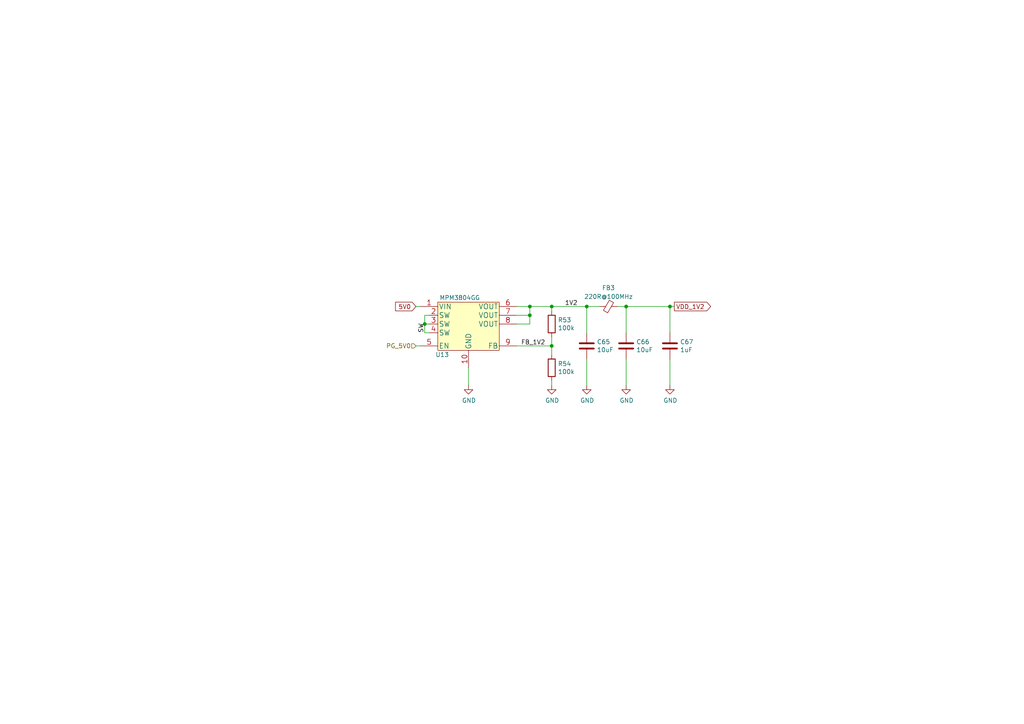
<source format=kicad_sch>
(kicad_sch (version 20230121) (generator eeschema)
  (paper "A4")
  (title_block (title "Open MOtor DRiver Initiative (OMODRI)") (date "2022-11-24") (rev "2.0") (company "LAAS/CNRS"))
  (lib_symbols
    (symbol "Device:C" (pin_numbers hide) (pin_names (offset 0.254))
      (property "Reference" "C" (at 0.635 2.54 0))
      (property "Value" "C" (at 0.635 -2.54 0))
      (symbol "C_0_1"
        (polyline (pts (xy -2.032 -0.762) (xy 2.032 -0.762)) (stroke (width 0.508)))
        (polyline (pts (xy -2.032 0.762) (xy 2.032 0.762)) (stroke (width 0.508)))
      )
      (symbol "C_1_1"
        (pin passive line (at 0 3.81 270) (length 2.794) (name "~") (number "1"))
        (pin passive line (at 0 -3.81 90) (length 2.794) (name "~") (number "2"))
      )
    )
    (symbol "Device:FerriteBead_Small" (pin_numbers hide) (pin_names (offset 0))
      (property "Reference" "FB" (at 1.905 1.27 0))
      (property "Value" "FerriteBead_Small" (at 1.905 -1.27 0))
      (symbol "FerriteBead_Small_0_1"
        (polyline (pts (xy 0 -1.27) (xy 0 -0.7874)))
        (polyline (pts (xy 0 0.889) (xy 0 1.2954)))
        (polyline (pts (xy -1.8288 0.2794) (xy -1.1176 1.4986) (xy 1.8288 -0.2032) (xy 1.1176 -1.4224) (xy -1.8288 0.2794)))
      )
      (symbol "FerriteBead_Small_1_1"
        (pin passive line (at 0 2.54 270) (length 1.27) (name "~") (number "1"))
        (pin passive line (at 0 -2.54 90) (length 1.27) (name "~") (number "2"))
      )
    )
    (symbol "Device:R" (pin_numbers hide) (pin_names (offset 0))
      (property "Reference" "R" (at 2.032 0 90))
      (property "Value" "R" (at 0 0 90))
      (symbol "R_0_1"
        (rectangle (start -1.016 -2.54) (end 1.016 2.54) (stroke (width 0.254)))
      )
      (symbol "R_1_1"
        (pin passive line (at 0 3.81 270) (length 1.27) (name "~") (number "1"))
        (pin passive line (at 0 -3.81 90) (length 1.27) (name "~") (number "2"))
      )
    )
    (symbol "omodri_lib:MPM3804GG" (pin_names (offset 0.254))
      (property "Reference" "U" (at -8.89 11.43 0))
      (property "Value" "MPM3804GG" (at -3.81 8.89 0))
      (symbol "MPM3804GG_1_1"
        (rectangle (start -8.89 7.62) (end 8.89 -6.35) (fill (type background)))
        (pin power_in line (at -13.97 6.35 0) (length 5.08) (name "VIN") (number "1"))
        (pin power_in line (at 0 -11.43 90) (length 5.08) (name "GND") (number "10"))
        (pin passive line (at -11.43 3.81 0) (length 2.54) (name "SW") (number "2"))
        (pin passive line (at -11.43 1.27 0) (length 2.54) (name "SW") (number "3"))
        (pin passive line (at -11.43 -1.27 0) (length 2.54) (name "SW") (number "4"))
        (pin input line (at -13.97 -5.08 0) (length 5.08) (name "EN") (number "5"))
        (pin power_out line (at 13.97 6.35 180) (length 5.08) (name "VOUT") (number "6"))
        (pin passive line (at 13.97 3.81 180) (length 5.08) (name "VOUT") (number "7"))
        (pin passive line (at 13.97 1.27 180) (length 5.08) (name "VOUT") (number "8"))
        (pin input line (at 13.97 -5.08 180) (length 5.08) (name "FB") (number "9"))
      )
    )
    (symbol "power:GND" (power) (pin_names (offset 0))
      (property "Value" "GND" (at 0 -3.81 0))
      (symbol "GND_0_1"
        (polyline (pts (xy 0 0) (xy 0 -1.27) (xy 1.27 -1.27) (xy 0 -2.54) (xy -1.27 -1.27) (xy 0 -1.27)))
      )
      (symbol "GND_1_1"
        (pin power_in line (at 0 0 270) (length 0) hide (name "GND") (number "1"))
      )
    )
  )
  (junction (at 194.31 88.9))
  (junction (at 160.02 88.9))
  (junction (at 160.02 100.33))
  (junction (at 153.67 88.9))
  (junction (at 170.18 88.9))
  (junction (at 181.61 88.9))
  (junction (at 123.19 93.98))
  (junction (at 153.67 91.44))
  (wire (pts (xy 170.18 96.52) (xy 170.18 88.9)))
  (wire (pts (xy 194.31 88.9) (xy 194.31 96.52)))
  (wire (pts (xy 194.31 104.14) (xy 194.31 111.76)))
  (wire (pts (xy 149.86 88.9) (xy 153.67 88.9)))
  (wire (pts (xy 160.02 97.79) (xy 160.02 100.33)))
  (wire (pts (xy 124.46 96.52) (xy 123.19 96.52)))
  (wire (pts (xy 170.18 88.9) (xy 173.99 88.9)))
  (wire (pts (xy 123.19 96.52) (xy 123.19 93.98)))
  (wire (pts (xy 181.61 88.9) (xy 194.31 88.9)))
  (wire (pts (xy 153.67 93.98) (xy 153.67 91.44)))
  (wire (pts (xy 124.46 91.44) (xy 123.19 91.44)))
  (wire (pts (xy 120.65 88.9) (xy 121.92 88.9)))
  (wire (pts (xy 123.19 91.44) (xy 123.19 93.98)))
  (wire (pts (xy 153.67 88.9) (xy 160.02 88.9)))
  (wire (pts (xy 170.18 104.14) (xy 170.18 111.76)))
  (wire (pts (xy 153.67 91.44) (xy 153.67 88.9)))
  (wire (pts (xy 160.02 88.9) (xy 170.18 88.9)))
  (wire (pts (xy 181.61 104.14) (xy 181.61 111.76)))
  (wire (pts (xy 123.19 93.98) (xy 124.46 93.98)))
  (wire (pts (xy 179.07 88.9) (xy 181.61 88.9)))
  (wire (pts (xy 160.02 100.33) (xy 160.02 102.87)))
  (wire (pts (xy 149.86 91.44) (xy 153.67 91.44)))
  (wire (pts (xy 194.31 88.9) (xy 195.58 88.9)))
  (wire (pts (xy 181.61 96.52) (xy 181.61 88.9)))
  (wire (pts (xy 149.86 93.98) (xy 153.67 93.98)))
  (wire (pts (xy 120.65 100.33) (xy 121.92 100.33)))
  (wire (pts (xy 160.02 88.9) (xy 160.02 90.17)))
  (wire (pts (xy 160.02 111.76) (xy 160.02 110.49)))
  (wire (pts (xy 135.89 106.68) (xy 135.89 111.76)))
  (wire (pts (xy 149.86 100.33) (xy 160.02 100.33)))
  (label "FB_1V2" (at 151.13 100.33 0))
  (label "SW" (at 123.19 96.52 90))
  (label "1V2" (at 163.83 88.9 0))
  (global_label "5V0" (shape input) (at 120.65 88.9 180) (property "Intersheetrefs" "${INTERSHEET_REFS}" (effects hide)) (property "Références Inter-Feuilles" "${INTERSHEET_REFS}" (effects hide)))
  (global_label "VDD_1V2" (shape output) (at 195.58 88.9 0) (property "Intersheetrefs" "${INTERSHEET_REFS}" (effects hide)) (property "Références Inter-Feuilles" "${INTERSHEET_REFS}" (effects hide)))
  (hierarchical_label "PG_5V0" (shape input) (at 120.65 100.33 180))
  (symbol (lib_id "power:GND") (at 170.18 111.76 0) (unit 1)
    (property "Reference" "#PWR0127" (effects hide))
    (property "Value" "GND" (at 170.307 116.1542 0))
  )
  (symbol (lib_id "power:GND") (at 160.02 111.76 0) (unit 1)
    (property "Reference" "#PWR0126" (effects hide))
    (property "Value" "GND" (at 160.147 116.1542 0))
  )
  (symbol (lib_id "power:GND") (at 135.89 111.76 0) (unit 1)
    (property "Reference" "#PWR0125" (effects hide))
    (property "Value" "GND" (at 136.017 116.1542 0))
  )
  (symbol (lib_id "Device:R") (at 160.02 106.68 0) (unit 1)
    (property "Reference" "R54" (at 161.798 105.5116 0) (effects (justify left)))
    (property "Value" "100k" (at 161.798 107.823 0) (effects (justify left)))
    (property "Footprint" "Resistor_SMD:R_0201_0603Metric" (effects hide))
    (property "DigiKey" "P122655CT-ND" (effects hide))
    (property "Farnell" "2302389" (effects hide))
    (property "Mouser" "667-ERJ-1GNF1003C" (effects hide))
    (property "Part No" "ERJ-1GNF1003C" (effects hide))
    (property "RS" "179-7130" (effects hide))
  )
  (symbol (lib_id "Device:R") (at 160.02 93.98 0) (unit 1)
    (property "Reference" "R53" (at 161.798 92.8116 0) (effects (justify left)))
    (property "Value" "100k" (at 161.798 95.123 0) (effects (justify left)))
    (property "Footprint" "Resistor_SMD:R_0201_0603Metric" (effects hide))
    (property "DigiKey" "P122655CT-ND" (effects hide))
    (property "Farnell" "2302389" (effects hide))
    (property "Mouser" "667-ERJ-1GNF1003C" (effects hide))
    (property "Part No" "ERJ-1GNF1003C" (effects hide))
    (property "RS" "179-7130" (effects hide))
  )
  (symbol (lib_id "omodri_lib:MPM3804GG") (at 135.89 95.25 0) (unit 1)
    (property "Reference" "U13" (at 128.27 102.87 0))
    (property "Value" "MPM3804GG" (at 133.35 86.36 0))
    (property "Footprint" "udriver3:QFN-10_2x2mm_P0.5mm" (effects hide))
    (property "Datasheet" "https://www.monolithicpower.com/en/documentview/productdocument/index/version/2/document_type/Datasheet/lang/en/sku/MPM3804GG/document_id/2122/" (effects hide))
    (property "DigiKey" "1589-1982-1-ND" (effects hide))
    (property "Farnell" "3358188" (effects hide))
    (property "Mouser" "946-MPM3804GG-Z" (effects hide))
    (property "Part No" "MPM3804GG" (effects hide))
  )
  (symbol (lib_id "Device:C") (at 170.18 100.33 0) (unit 1)
    (property "Reference" "C65" (at 173.101 99.1616 0) (effects (justify left)))
    (property "Value" "10uF" (at 173.101 101.473 0) (effects (justify left)))
    (property "Footprint" "Capacitor_SMD:C_0402_1005Metric" (effects hide))
    (property "DigiKey" "490-13238-2-ND" (effects hide))
    (property "Farnell" "3582794" (effects hide))
    (property "Mouser" "81-GRM155R60J106ME5D" (effects hide))
    (property "Part No" "GRM155R60J106ME15D" (effects hide))
    (property "Rated Voltage" "6.3V" (effects hide))
  )
  (symbol (lib_id "Device:C") (at 181.61 100.33 0) (unit 1)
    (property "Reference" "C66" (at 184.531 99.1616 0) (effects (justify left)))
    (property "Value" "10uF" (at 184.531 101.473 0) (effects (justify left)))
    (property "Footprint" "Capacitor_SMD:C_0402_1005Metric" (effects hide))
    (property "DigiKey" "490-13238-2-ND" (effects hide))
    (property "Farnell" "3582794" (effects hide))
    (property "Mouser" "81-GRM155R60J106ME5D" (effects hide))
    (property "Part No" "GRM155R60J106ME15D" (effects hide))
    (property "Rated Voltage" "6.3V" (effects hide))
  )
  (symbol (lib_id "Device:C") (at 194.31 100.33 0) (unit 1)
    (property "Reference" "C67" (at 197.231 99.1616 0) (effects (justify left)))
    (property "Value" "1uF" (at 197.231 101.473 0) (effects (justify left)))
    (property "Footprint" "Capacitor_SMD:C_0201_0603Metric" (effects hide))
    (property "DigiKey" "490-13219-1-ND" (effects hide))
    (property "Farnell" "3238032" (effects hide))
    (property "Mouser" "81-GRM033C81A105ME5D" (effects hide))
    (property "Part No" "GRM033C81A105ME05D" (effects hide))
    (property "Rated Voltage" "10V" (effects hide))
  )
  (symbol (lib_id "power:GND") (at 181.61 111.76 0) (unit 1)
    (property "Reference" "#PWR0128" (effects hide))
    (property "Value" "GND" (at 181.737 116.1542 0))
  )
  (symbol (lib_id "power:GND") (at 194.31 111.76 0) (unit 1)
    (property "Reference" "#PWR0129" (effects hide))
    (property "Value" "GND" (at 194.437 116.1542 0))
  )
  (symbol (lib_id "Device:FerriteBead_Small") (at 176.53 88.9 90) (unit 1)
    (property "Reference" "FB3" (at 176.4919 83.4984 90))
    (property "Value" "220R@100MHz" (at 176.4919 86.0353 90))
    (property "Footprint" "Inductor_SMD:L_0603_1608Metric" (effects hide))
    (property "DigiKey" "490-5225-1-ND" (effects hide))
    (property "Farnell" "1515753" (effects hide))
    (property "Mouser" "81-BLM18SG221TN1D" (effects hide))
    (property "Part No" "BLM18SG221TN1D" (effects hide))
    (property "RS" "792-6271" (effects hide))
  )
)
</source>
